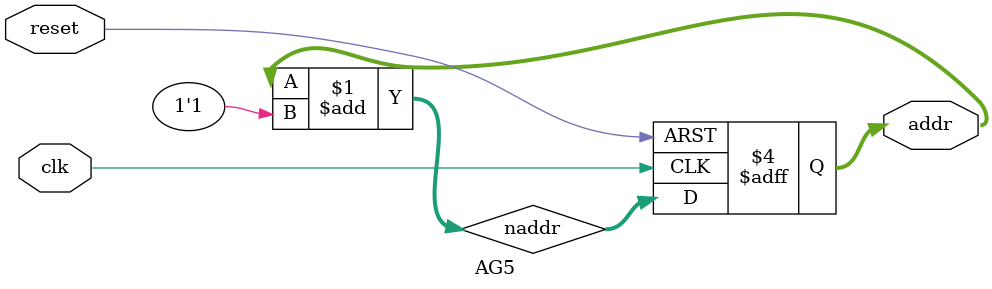
<source format=v>
module AG5(clk, addr, reset);
input clk, reset;
output reg [4:0] addr;
wire [4:0] naddr;

assign naddr = addr + 1'd1;

always@(posedge clk or posedge reset)
begin
	if(reset == 1'd1)
		addr <= 5'd0;
	else
		addr <= naddr;
end
endmodule
</source>
